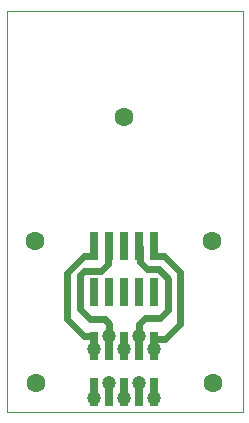
<source format=gtl>
G04*
G04 #@! TF.GenerationSoftware,Altium Limited,Altium Designer,22.2.1 (43)*
G04*
G04 Layer_Physical_Order=1*
G04 Layer_Color=255*
%FSLAX42Y42*%
%MOMM*%
G71*
G04*
G04 #@! TF.SameCoordinates,DB8E118B-81D3-46FB-BB3D-5E7861096478*
G04*
G04*
G04 #@! TF.FilePolarity,Positive*
G04*
G01*
G75*
%ADD13C,0.10*%
%ADD14R,0.76X2.40*%
%ADD18C,0.60*%
%ADD19C,1.60*%
%ADD20C,0.50*%
%ADD21C,1.20*%
D13*
X0Y0D02*
Y3400D01*
X2000D01*
Y0D02*
Y3400D01*
X0Y0D02*
X2000D01*
D14*
X1249Y1405D02*
D03*
Y1015D02*
D03*
X868Y1405D02*
D03*
Y1015D02*
D03*
X741D02*
D03*
Y1405D02*
D03*
X995Y1015D02*
D03*
Y1405D02*
D03*
X1122Y1015D02*
D03*
Y1405D02*
D03*
X1249Y565D02*
D03*
Y175D02*
D03*
X868Y565D02*
D03*
Y175D02*
D03*
X741D02*
D03*
Y565D02*
D03*
X995Y175D02*
D03*
Y565D02*
D03*
X1122Y175D02*
D03*
Y565D02*
D03*
D18*
X1249D02*
Y614D01*
Y534D02*
Y565D01*
Y614D02*
X1257Y622D01*
X1342D01*
X1470Y750D01*
Y1184D01*
X1332Y1322D02*
X1470Y1184D01*
X1300Y800D02*
X1370Y870D01*
X1290Y1210D02*
X1370Y1130D01*
Y870D02*
Y1130D01*
X1190Y1210D02*
X1290D01*
X1257Y1322D02*
X1332D01*
X1249Y1330D02*
Y1405D01*
Y1330D02*
X1257Y1322D01*
X1122Y752D02*
X1170Y800D01*
X1122Y645D02*
Y752D01*
X1170Y800D02*
X1300D01*
X1130Y1270D02*
X1190Y1210D01*
X1130Y1270D02*
Y1397D01*
X1122Y1405D02*
X1130Y1397D01*
X830Y790D02*
X868Y752D01*
Y645D02*
Y752D01*
X708Y790D02*
X830D01*
X620Y878D02*
X708Y790D01*
X620Y878D02*
Y1160D01*
X660Y1200D01*
X800D01*
X860Y1260D01*
Y1397D02*
X868Y1405D01*
X860Y1260D02*
Y1397D01*
X658Y648D02*
X733D01*
X516Y790D02*
X658Y648D01*
X741Y565D02*
Y640D01*
X733Y648D02*
X741Y640D01*
X516Y790D02*
Y1180D01*
X741Y1330D02*
Y1405D01*
X733Y1322D02*
X741Y1330D01*
X658Y1322D02*
X733D01*
X516Y1180D02*
X658Y1322D01*
D19*
X250Y250D02*
D03*
X1750D02*
D03*
X1740Y1450D02*
D03*
X240D02*
D03*
X996Y2500D02*
D03*
D20*
X1249Y1015D02*
D03*
X868D02*
D03*
X995D02*
D03*
X1122D02*
D03*
X742D02*
D03*
X995Y1405D02*
D03*
D21*
Y120D02*
D03*
X1249Y534D02*
D03*
X741Y120D02*
D03*
X1249D02*
D03*
X1122Y250D02*
D03*
X868D02*
D03*
X742Y534D02*
D03*
X1122Y645D02*
D03*
X995Y534D02*
D03*
X868Y645D02*
D03*
M02*

</source>
